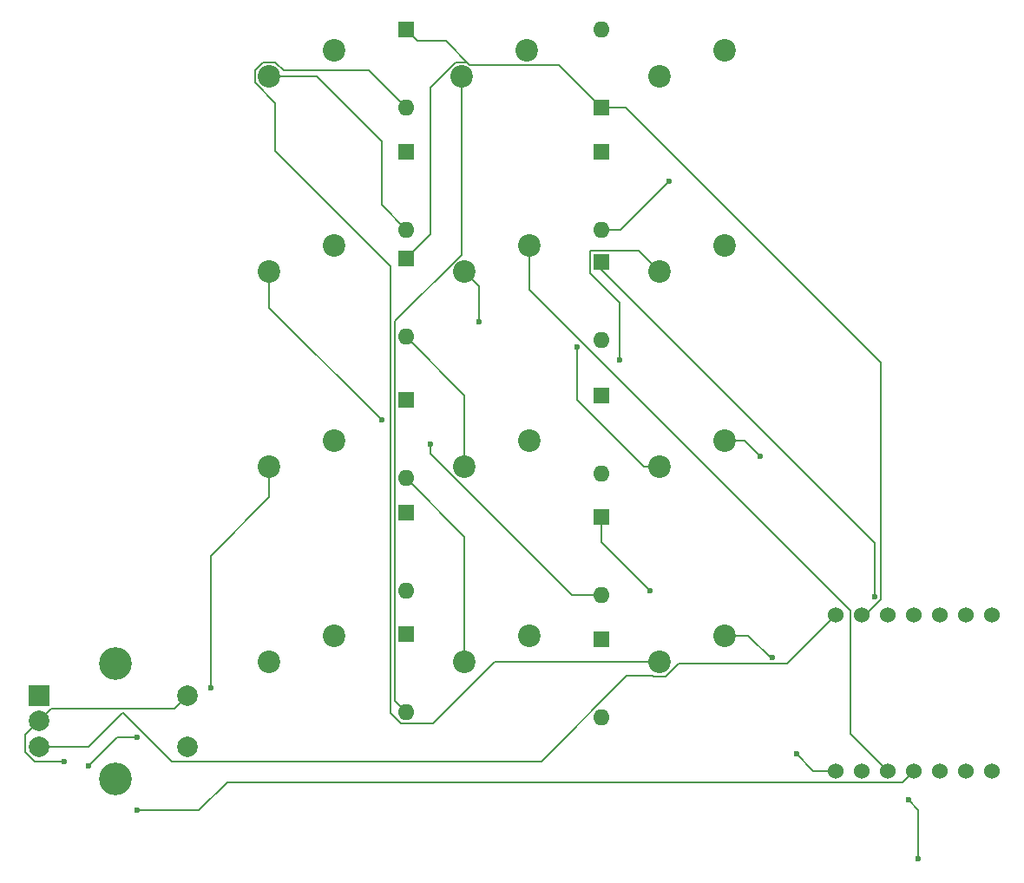
<source format=gbr>
%TF.GenerationSoftware,KiCad,Pcbnew,8.0.8*%
%TF.CreationDate,2025-03-22T19:21:19-07:00*%
%TF.ProjectId,Turtlepad Fixed,54757274-6c65-4706-9164-204669786564,rev?*%
%TF.SameCoordinates,Original*%
%TF.FileFunction,Copper,L2,Bot*%
%TF.FilePolarity,Positive*%
%FSLAX46Y46*%
G04 Gerber Fmt 4.6, Leading zero omitted, Abs format (unit mm)*
G04 Created by KiCad (PCBNEW 8.0.8) date 2025-03-22 19:21:19*
%MOMM*%
%LPD*%
G01*
G04 APERTURE LIST*
%TA.AperFunction,ComponentPad*%
%ADD10C,2.200000*%
%TD*%
%TA.AperFunction,ComponentPad*%
%ADD11C,1.524000*%
%TD*%
%TA.AperFunction,ComponentPad*%
%ADD12R,2.000000X2.000000*%
%TD*%
%TA.AperFunction,ComponentPad*%
%ADD13C,2.000000*%
%TD*%
%TA.AperFunction,ComponentPad*%
%ADD14C,3.200000*%
%TD*%
%TA.AperFunction,ComponentPad*%
%ADD15R,1.600000X1.600000*%
%TD*%
%TA.AperFunction,ComponentPad*%
%ADD16O,1.600000X1.600000*%
%TD*%
%TA.AperFunction,ViaPad*%
%ADD17C,0.600000*%
%TD*%
%TA.AperFunction,Conductor*%
%ADD18C,0.200000*%
%TD*%
G04 APERTURE END LIST*
D10*
%TO.P,SW8,1,1*%
%TO.N,Net-(U1-GPIO2{slash}SCK)*%
X131127500Y-68738750D03*
%TO.P,SW8,2,2*%
%TO.N,Net-(D6-A)*%
X124777500Y-71278750D03*
%TD*%
%TO.P,SW3,1,1*%
%TO.N,Net-(U1-GPIO1{slash}RX)*%
X93027500Y-87788750D03*
%TO.P,SW3,2,2*%
%TO.N,Net-(D4-A)*%
X86677500Y-90328750D03*
%TD*%
%TO.P,SW12,1,1*%
%TO.N,Net-(U1-GPIO1{slash}RX)*%
X93027500Y-106838750D03*
%TO.P,SW12,2,2*%
%TO.N,Net-(D12-A)*%
X86677500Y-109378750D03*
%TD*%
%TO.P,SW10,1,1*%
%TO.N,Net-(U1-GPIO1{slash}RX)*%
X131127500Y-106838750D03*
%TO.P,SW10,2,2*%
%TO.N,Net-(D13-A)*%
X124777500Y-109378750D03*
%TD*%
%TO.P,SW7,1,1*%
%TO.N,Net-(U1-GPIO2{slash}SCK)*%
X131127500Y-49688750D03*
%TO.P,SW7,2,2*%
%TO.N,Net-(D3-A)*%
X124777500Y-52228750D03*
%TD*%
%TO.P,SW5,1,1*%
%TO.N,Net-(U1-GPIO4{slash}MISO)*%
X112077500Y-68738750D03*
%TO.P,SW5,2,2*%
%TO.N,Net-(D8-A)*%
X105727500Y-71278750D03*
%TD*%
D11*
%TO.P,U1,1,GPIO26/ADC0/A0*%
%TO.N,Net-(U1-GPIO26{slash}ADC0{slash}A0)*%
X157162500Y-104775000D03*
%TO.P,U1,2,GPIO27/ADC1/A1*%
%TO.N,Net-(D1-DIN)*%
X154622500Y-104775000D03*
%TO.P,U1,3,GPIO28/ADC2/A2*%
%TO.N,Net-(D2-K)*%
X152082500Y-104775000D03*
%TO.P,U1,4,GPIO29/ADC3/A3*%
%TO.N,Net-(D5-K)*%
X149542500Y-104775000D03*
%TO.P,U1,5,GPIO6/SDA*%
%TO.N,Net-(D10-K)*%
X147002500Y-104775000D03*
%TO.P,U1,6,GPIO7/SCL*%
%TO.N,Net-(D11-K)*%
X144462500Y-104775000D03*
%TO.P,U1,7,GPIO0/TX*%
%TO.N,Net-(U1-GPIO0{slash}TX)*%
X141922500Y-104775000D03*
%TO.P,U1,8,GPIO1/RX*%
%TO.N,Net-(U1-GPIO1{slash}RX)*%
X141922500Y-120015000D03*
%TO.P,U1,9,GPIO2/SCK*%
%TO.N,Net-(U1-GPIO2{slash}SCK)*%
X144462500Y-120015000D03*
%TO.P,U1,10,GPIO4/MISO*%
%TO.N,Net-(U1-GPIO4{slash}MISO)*%
X147002500Y-120015000D03*
%TO.P,U1,11,GPIO3/MOSI*%
%TO.N,Net-(U1-GPIO3{slash}MOSI)*%
X149542500Y-120015000D03*
%TO.P,U1,12,3V3*%
%TO.N,unconnected-(U1-3V3-Pad12)*%
X152082500Y-120015000D03*
%TO.P,U1,13,GND*%
%TO.N,GND*%
X154622500Y-120015000D03*
%TO.P,U1,14,VBUS*%
%TO.N,+5V*%
X157162500Y-120015000D03*
%TD*%
D10*
%TO.P,SW4,1,1*%
%TO.N,Net-(U1-GPIO1{slash}RX)*%
X111760000Y-49688750D03*
%TO.P,SW4,2,2*%
%TO.N,Net-(D7-A)*%
X105410000Y-52228750D03*
%TD*%
%TO.P,SW11,1,1*%
%TO.N,Net-(U1-GPIO2{slash}SCK)*%
X112077500Y-106838750D03*
%TO.P,SW11,2,2*%
%TO.N,Net-(D9-A)*%
X105727500Y-109378750D03*
%TD*%
%TO.P,SW9,1,1*%
%TO.N,Net-(U1-GPIO1{slash}RX)*%
X131127500Y-87788750D03*
%TO.P,SW9,2,2*%
%TO.N,Net-(D10-A)*%
X124777500Y-90328750D03*
%TD*%
%TO.P,SW1,1,1*%
%TO.N,Net-(U1-GPIO4{slash}MISO)*%
X93027500Y-49688750D03*
%TO.P,SW1,2,2*%
%TO.N,Net-(D2-A)*%
X86677500Y-52228750D03*
%TD*%
%TO.P,SW6,1,1*%
%TO.N,Net-(U1-GPIO2{slash}SCK)*%
X112077500Y-87788750D03*
%TO.P,SW6,2,2*%
%TO.N,Net-(D11-A)*%
X105727500Y-90328750D03*
%TD*%
%TO.P,SW2,1,1*%
%TO.N,Net-(U1-GPIO4{slash}MISO)*%
X93027500Y-68738750D03*
%TO.P,SW2,2,2*%
%TO.N,Net-(D5-A)*%
X86677500Y-71278750D03*
%TD*%
D12*
%TO.P,SW15,A,A*%
%TO.N,Net-(U1-GPIO26{slash}ADC0{slash}A0)*%
X64187500Y-112637500D03*
D13*
%TO.P,SW15,B,B*%
%TO.N,Net-(U1-GPIO0{slash}TX)*%
X64187500Y-117637500D03*
%TO.P,SW15,C,C*%
%TO.N,GND*%
X64187500Y-115137500D03*
D14*
%TO.P,SW15,MP*%
%TO.N,N/C*%
X71687500Y-109537500D03*
X71687500Y-120737500D03*
D13*
%TO.P,SW15,S1,S1*%
%TO.N,Net-(U1-GPIO3{slash}MOSI)*%
X78687500Y-117637500D03*
%TO.P,SW15,S2,S2*%
%TO.N,GND*%
X78687500Y-112637500D03*
%TD*%
D15*
%TO.P,D9,1,K*%
%TO.N,Net-(D10-K)*%
X100012500Y-83820000D03*
D16*
%TO.P,D9,2,A*%
%TO.N,Net-(D9-A)*%
X100012500Y-91440000D03*
%TD*%
D15*
%TO.P,D11,1,K*%
%TO.N,Net-(D11-K)*%
X100012500Y-70008750D03*
D16*
%TO.P,D11,2,A*%
%TO.N,Net-(D11-A)*%
X100012500Y-77628750D03*
%TD*%
D15*
%TO.P,D3,1,K*%
%TO.N,Net-(D2-K)*%
X119062500Y-59531250D03*
D16*
%TO.P,D3,2,A*%
%TO.N,Net-(D3-A)*%
X119062500Y-67151250D03*
%TD*%
D15*
%TO.P,D7,1,K*%
%TO.N,Net-(D5-K)*%
X100012500Y-106680000D03*
D16*
%TO.P,D7,2,A*%
%TO.N,Net-(D7-A)*%
X100012500Y-114300000D03*
%TD*%
D15*
%TO.P,D6,1,K*%
%TO.N,Net-(D5-K)*%
X119062500Y-83343750D03*
D16*
%TO.P,D6,2,A*%
%TO.N,Net-(D6-A)*%
X119062500Y-90963750D03*
%TD*%
D15*
%TO.P,D12,1,K*%
%TO.N,Net-(D11-K)*%
X119062500Y-55245000D03*
D16*
%TO.P,D12,2,A*%
%TO.N,Net-(D12-A)*%
X119062500Y-47625000D03*
%TD*%
D15*
%TO.P,D10,1,K*%
%TO.N,Net-(D10-K)*%
X119062500Y-70356250D03*
D16*
%TO.P,D10,2,A*%
%TO.N,Net-(D10-A)*%
X119062500Y-77976250D03*
%TD*%
D15*
%TO.P,D8,1,K*%
%TO.N,Net-(D10-K)*%
X100012500Y-94773750D03*
D16*
%TO.P,D8,2,A*%
%TO.N,Net-(D8-A)*%
X100012500Y-102393750D03*
%TD*%
D15*
%TO.P,D4,1,K*%
%TO.N,Net-(D2-K)*%
X119062500Y-107156250D03*
D16*
%TO.P,D4,2,A*%
%TO.N,Net-(D4-A)*%
X119062500Y-114776250D03*
%TD*%
D15*
%TO.P,D5,1,K*%
%TO.N,Net-(D5-K)*%
X119062500Y-95250000D03*
D16*
%TO.P,D5,2,A*%
%TO.N,Net-(D5-A)*%
X119062500Y-102870000D03*
%TD*%
D15*
%TO.P,D13,1,K*%
%TO.N,Net-(D11-K)*%
X100012500Y-47625000D03*
D16*
%TO.P,D13,2,A*%
%TO.N,Net-(D13-A)*%
X100012500Y-55245000D03*
%TD*%
D15*
%TO.P,D2,1,K*%
%TO.N,Net-(D2-K)*%
X100012500Y-59531250D03*
D16*
%TO.P,D2,2,A*%
%TO.N,Net-(D2-A)*%
X100012500Y-67151250D03*
%TD*%
D17*
%TO.N,+5V*%
X149027467Y-122833717D03*
X150018750Y-128587500D03*
%TO.N,Net-(D3-A)*%
X125678015Y-62440735D03*
%TO.N,Net-(D4-A)*%
X80962500Y-111918750D03*
%TO.N,Net-(D5-A)*%
X102393750Y-88106250D03*
X97631250Y-85725000D03*
%TO.N,Net-(D5-K)*%
X123825000Y-102393750D03*
%TO.N,Net-(D6-A)*%
X120843750Y-79871028D03*
%TO.N,Net-(D8-A)*%
X107156250Y-76200000D03*
%TO.N,Net-(D10-K)*%
X145724500Y-102993750D03*
%TO.N,Net-(D10-A)*%
X116681250Y-78581250D03*
%TO.N,Net-(U1-GPIO1{slash}RX)*%
X135731250Y-108937500D03*
X138112500Y-118353000D03*
X134540625Y-89296875D03*
%TO.N,Net-(U1-GPIO3{slash}MOSI)*%
X73818750Y-116681250D03*
X69056250Y-119475981D03*
X73818750Y-123825000D03*
%TO.N,GND*%
X66675000Y-119062500D03*
%TD*%
D18*
%TO.N,+5V*%
X150018750Y-128587500D02*
X150018750Y-123825000D01*
X150018750Y-123825000D02*
X149027467Y-122833717D01*
%TO.N,Net-(D2-A)*%
X97631250Y-58589098D02*
X97631250Y-64770000D01*
X91270902Y-52228750D02*
X97631250Y-58589098D01*
X97631250Y-64770000D02*
X100012500Y-67151250D01*
X86677500Y-52228750D02*
X91270902Y-52228750D01*
%TO.N,Net-(D3-A)*%
X125678015Y-62440735D02*
X120967500Y-67151250D01*
X120967500Y-67151250D02*
X119062500Y-67151250D01*
%TO.N,Net-(D4-A)*%
X86677500Y-93295806D02*
X86677500Y-90328750D01*
X80962500Y-111918750D02*
X80962500Y-99010806D01*
X80962500Y-99010806D02*
X86677500Y-93295806D01*
%TO.N,Net-(D5-A)*%
X102393750Y-89048402D02*
X102393750Y-88106250D01*
X119062500Y-102870000D02*
X116215348Y-102870000D01*
X116215348Y-102870000D02*
X102393750Y-89048402D01*
X86677500Y-74771250D02*
X86677500Y-71278750D01*
X97631250Y-85725000D02*
X86677500Y-74771250D01*
%TO.N,Net-(D5-K)*%
X119062500Y-97631250D02*
X119062500Y-95250000D01*
X123825000Y-102393750D02*
X119062500Y-97631250D01*
%TO.N,Net-(D6-A)*%
X122755000Y-69256250D02*
X124777500Y-71278750D01*
X117962500Y-71456250D02*
X117962500Y-69256250D01*
X120843750Y-74337500D02*
X117962500Y-71456250D01*
X120843750Y-79871028D02*
X120843750Y-74337500D01*
X117962500Y-69256250D02*
X122755000Y-69256250D01*
%TO.N,Net-(D7-A)*%
X98912500Y-76113851D02*
X98912500Y-113200000D01*
X105410000Y-52228750D02*
X105410000Y-69616351D01*
X98912500Y-113200000D02*
X100012500Y-114300000D01*
X105410000Y-69616351D02*
X98912500Y-76113851D01*
%TO.N,Net-(D8-A)*%
X107156250Y-72707500D02*
X105727500Y-71278750D01*
X107156250Y-76200000D02*
X107156250Y-72707500D01*
%TO.N,Net-(D10-K)*%
X145724500Y-97732806D02*
X119062500Y-71070806D01*
X145724500Y-102993750D02*
X145724500Y-97732806D01*
X119062500Y-71070806D02*
X119062500Y-70356250D01*
%TO.N,Net-(D9-A)*%
X105727500Y-109378750D02*
X105727500Y-97155000D01*
X105727500Y-97155000D02*
X100012500Y-91440000D01*
%TO.N,Net-(D10-A)*%
X124777500Y-90328750D02*
X123221866Y-90328750D01*
X116681250Y-83788134D02*
X116681250Y-78581250D01*
X123221866Y-90328750D02*
X116681250Y-83788134D01*
%TO.N,Net-(D11-A)*%
X105727500Y-83343750D02*
X105727500Y-90328750D01*
X100012500Y-77628750D02*
X105727500Y-83343750D01*
%TO.N,Net-(D11-K)*%
X146324500Y-103242279D02*
X146324500Y-80125750D01*
X102393750Y-53265101D02*
X102393750Y-67627500D01*
X114906250Y-51088750D02*
X106249899Y-51088750D01*
X103886149Y-48725000D02*
X106249899Y-51088750D01*
X144462500Y-104775000D02*
X144791779Y-104775000D01*
X104830101Y-50828750D02*
X102393750Y-53265101D01*
X119062500Y-55245000D02*
X114906250Y-51088750D01*
X102393750Y-67627500D02*
X100012500Y-70008750D01*
X146324500Y-80125750D02*
X121443750Y-55245000D01*
X105989899Y-50828750D02*
X104830101Y-50828750D01*
X106249899Y-51088750D02*
X105989899Y-50828750D01*
X121443750Y-55245000D02*
X119062500Y-55245000D01*
X144791779Y-104775000D02*
X146324500Y-103242279D01*
X101112500Y-48725000D02*
X103886149Y-48725000D01*
X100012500Y-47625000D02*
X101112500Y-48725000D01*
%TO.N,Net-(D13-A)*%
X108694556Y-109378750D02*
X124777500Y-109378750D01*
X99556865Y-115400000D02*
X102673306Y-115400000D01*
X87257399Y-54788548D02*
X87257399Y-59453649D01*
X88077500Y-51648851D02*
X87257399Y-50828750D01*
X85277500Y-51648851D02*
X85277500Y-52808649D01*
X86097601Y-50828750D02*
X85277500Y-51648851D01*
X100012500Y-55245000D02*
X96416351Y-51648851D01*
X102673306Y-115400000D02*
X108694556Y-109378750D01*
X98512500Y-114355635D02*
X99556865Y-115400000D01*
X96416351Y-51648851D02*
X88077500Y-51648851D01*
X87257399Y-50828750D02*
X86097601Y-50828750D01*
X87257399Y-59453649D02*
X98512500Y-70708750D01*
X98512500Y-70708750D02*
X98512500Y-114355635D01*
X85277500Y-52808649D02*
X87257399Y-54788548D01*
%TO.N,Net-(U1-GPIO4{slash}MISO)*%
X112077500Y-68738750D02*
X111918750Y-68897500D01*
X111918750Y-68897500D02*
X111918750Y-69056250D01*
X143400500Y-116413000D02*
X147002500Y-120015000D01*
X112077500Y-68738750D02*
X112077500Y-73035348D01*
X112077500Y-73035348D02*
X143400500Y-104358348D01*
X143400500Y-104358348D02*
X143400500Y-116413000D01*
%TO.N,Net-(U1-GPIO1{slash}RX)*%
X138112500Y-118353000D02*
X139774500Y-120015000D01*
X133032500Y-87788750D02*
X131127500Y-87788750D01*
X133432500Y-106838750D02*
X135731250Y-109137500D01*
X131127500Y-106838750D02*
X133432500Y-106838750D01*
X134540625Y-89296875D02*
X133032500Y-87788750D01*
X135731250Y-109137500D02*
X135731250Y-108937500D01*
X139774500Y-120015000D02*
X141922500Y-120015000D01*
%TO.N,Net-(U1-GPIO3{slash}MOSI)*%
X79829000Y-123825000D02*
X73818750Y-123825000D01*
X82577000Y-121077000D02*
X79829000Y-123825000D01*
X149542500Y-120015000D02*
X148480500Y-121077000D01*
X71850981Y-116681250D02*
X73818750Y-116681250D01*
X148480500Y-121077000D02*
X82577000Y-121077000D01*
X69056250Y-119475981D02*
X71850981Y-116681250D01*
%TO.N,Net-(U1-GPIO0{slash}TX)*%
X121564365Y-110718750D02*
X113220615Y-119062500D01*
X141922500Y-104775000D02*
X137160000Y-109537500D01*
X125357399Y-110778750D02*
X124197601Y-110778750D01*
X72356250Y-114337500D02*
X69056250Y-117637500D01*
X126598649Y-109537500D02*
X125357399Y-110778750D01*
X124197601Y-110778750D02*
X124137601Y-110718750D01*
X69056250Y-117637500D02*
X64187500Y-117637500D01*
X72431250Y-114337500D02*
X72356250Y-114337500D01*
X137160000Y-109537500D02*
X126598649Y-109537500D01*
X77156250Y-119062500D02*
X72431250Y-114337500D01*
X124137601Y-110718750D02*
X121564365Y-110718750D01*
X113220615Y-119062500D02*
X77156250Y-119062500D01*
%TO.N,GND*%
X62887500Y-116437500D02*
X62887500Y-118175978D01*
X64187500Y-115137500D02*
X62887500Y-116437500D01*
X65387500Y-113937500D02*
X64187500Y-115137500D01*
X77387500Y-113937500D02*
X65387500Y-113937500D01*
X63774022Y-119062500D02*
X66675000Y-119062500D01*
X62887500Y-118175978D02*
X63774022Y-119062500D01*
X78687500Y-112637500D02*
X77387500Y-113937500D01*
%TD*%
M02*

</source>
